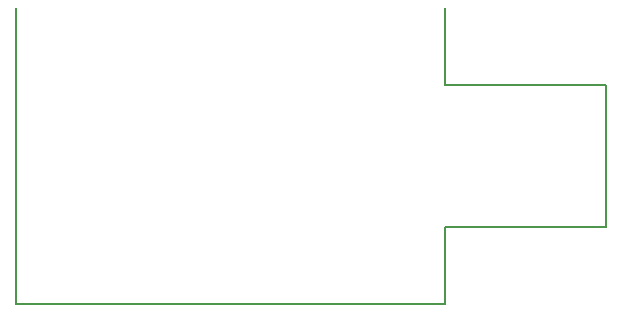
<source format=gbr>
G04 (created by PCBNEW (2013-05-16 BZR 4016)-stable) date 11. 1. 2014 1:24:09*
%MOIN*%
G04 Gerber Fmt 3.4, Leading zero omitted, Abs format*
%FSLAX34Y34*%
G01*
G70*
G90*
G04 APERTURE LIST*
%ADD10C,0.00590551*%
G04 APERTURE END LIST*
G54D10*
X20795Y-20510D02*
X20795Y-10667D01*
X35106Y-13206D02*
X35106Y-10667D01*
X40480Y-13206D02*
X35106Y-13206D01*
X35106Y-17970D02*
X35106Y-20510D01*
X40480Y-17970D02*
X35106Y-17970D01*
X40480Y-13206D02*
X40480Y-17970D01*
X35106Y-20510D02*
X20795Y-20510D01*
M02*

</source>
